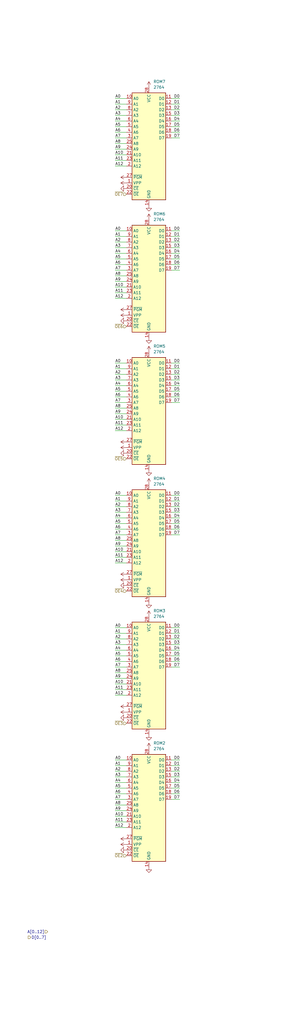
<source format=kicad_sch>
(kicad_sch (version 20211123) (generator eeschema)
  (paper "User" 132.004 462.001)
  (title_block (title "ROM"))
  (lib_symbols
    (symbol "Memory_EPROM:2764"
      (property "Reference" "U" (at -7.62 24.13 0))
      (property "Value" "2764" (at 2.54 -26.67 0))
      (symbol "2764_1_1"
        (rectangle (start -7.62 22.86) (end 7.62 -25.4) (stroke (width 0.254)) (fill (type background)))
        (pin input line (at -10.16 -17.78 0) (length 2.54) (name "VPP") (number "1"))
        (pin input line (at -10.16 20.32 0) (length 2.54) (name "A0") (number "10"))
        (pin tri_state line (at 10.16 20.32 180) (length 2.54) (name "D0") (number "11"))
        (pin tri_state line (at 10.16 17.78 180) (length 2.54) (name "D1") (number "12"))
        (pin tri_state line (at 10.16 15.24 180) (length 2.54) (name "D2") (number "13"))
        (pin power_in line (at 0 -27.94 90) (length 2.54) (name "GND") (number "14"))
        (pin tri_state line (at 10.16 12.7 180) (length 2.54) (name "D3") (number "15"))
        (pin tri_state line (at 10.16 10.16 180) (length 2.54) (name "D4") (number "16"))
        (pin tri_state line (at 10.16 7.62 180) (length 2.54) (name "D5") (number "17"))
        (pin tri_state line (at 10.16 5.08 180) (length 2.54) (name "D6") (number "18"))
        (pin tri_state line (at 10.16 2.54 180) (length 2.54) (name "D7") (number "19"))
        (pin input line (at -10.16 -10.16 0) (length 2.54) (name "A12") (number "2"))
        (pin input line (at -10.16 -20.32 0) (length 2.54) (name "~{CE}") (number "20"))
        (pin input line (at -10.16 -5.08 0) (length 2.54) (name "A10") (number "21"))
        (pin input line (at -10.16 -22.86 0) (length 2.54) (name "~{OE}") (number "22"))
        (pin input line (at -10.16 -7.62 0) (length 2.54) (name "A11") (number "23"))
        (pin input line (at -10.16 -2.54 0) (length 2.54) (name "A9") (number "24"))
        (pin input line (at -10.16 0 0) (length 2.54) (name "A8") (number "25"))
        (pin no_connect line (at 7.62 0 180) (length 2.54) hide (name "NC") (number "26"))
        (pin input line (at -10.16 -15.24 0) (length 2.54) (name "~{PGM}") (number "27"))
        (pin power_in line (at 0 25.4 270) (length 2.54) (name "VCC") (number "28"))
        (pin input line (at -10.16 2.54 0) (length 2.54) (name "A7") (number "3"))
        (pin input line (at -10.16 5.08 0) (length 2.54) (name "A6") (number "4"))
        (pin input line (at -10.16 7.62 0) (length 2.54) (name "A5") (number "5"))
        (pin input line (at -10.16 10.16 0) (length 2.54) (name "A4") (number "6"))
        (pin input line (at -10.16 12.7 0) (length 2.54) (name "A3") (number "7"))
        (pin input line (at -10.16 15.24 0) (length 2.54) (name "A2") (number "8"))
        (pin input line (at -10.16 17.78 0) (length 2.54) (name "A1") (number "9"))
      )
    )
    (symbol "power:GND" (power) (pin_names (offset 0))
      (property "Value" "GND" (at 0 -3.81 0))
      (symbol "GND_0_1"
        (polyline (pts (xy 0 0) (xy 0 -1.27) (xy 1.27 -1.27) (xy 0 -2.54) (xy -1.27 -1.27) (xy 0 -1.27)))
      )
      (symbol "GND_1_1"
        (pin power_in line (at 0 0 270) (length 0) hide (name "GND") (number "1"))
      )
    )
    (symbol "power:VCC" (power) (pin_names (offset 0))
      (property "Value" "VCC" (at 0 3.81 0))
      (symbol "VCC_0_1"
        (polyline (pts (xy -0.762 1.27) (xy 0 2.54)))
        (polyline (pts (xy 0 0) (xy 0 2.54)))
        (polyline (pts (xy 0 2.54) (xy 0.762 1.27)))
      )
      (symbol "VCC_1_1"
        (pin power_in line (at 0 0 90) (length 0) hide (name "VCC") (number "1"))
      )
    )
  )
  (wire (pts (xy 52.07 171.45) (xy 57.15 171.45)))
  (wire (pts (xy 52.07 74.93) (xy 57.15 74.93)))
  (wire (pts (xy 77.47 168.91) (xy 81.28 168.91)))
  (wire (pts (xy 77.47 285.75) (xy 81.28 285.75)))
  (wire (pts (xy 77.47 121.92) (xy 81.28 121.92)))
  (wire (pts (xy 52.07 106.68) (xy 57.15 106.68)))
  (wire (pts (xy 77.47 353.06) (xy 81.28 353.06)))
  (wire (pts (xy 52.07 290.83) (xy 57.15 290.83)))
  (wire (pts (xy 77.47 231.14) (xy 81.28 231.14)))
  (wire (pts (xy 52.07 173.99) (xy 57.15 173.99)))
  (wire (pts (xy 52.07 54.61) (xy 57.15 54.61)))
  (wire (pts (xy 77.47 166.37) (xy 81.28 166.37)))
  (wire (pts (xy 77.47 226.06) (xy 81.28 226.06)))
  (wire (pts (xy 52.07 345.44) (xy 57.15 345.44)))
  (wire (pts (xy 77.47 44.45) (xy 81.28 44.45)))
  (wire (pts (xy 77.47 236.22) (xy 81.28 236.22)))
  (wire (pts (xy 52.07 129.54) (xy 57.15 129.54)))
  (wire (pts (xy 77.47 54.61) (xy 81.28 54.61)))
  (wire (pts (xy 52.07 44.45) (xy 57.15 44.45)))
  (wire (pts (xy 52.07 347.98) (xy 57.15 347.98)))
  (wire (pts (xy 77.47 347.98) (xy 81.28 347.98)))
  (wire (pts (xy 52.07 163.83) (xy 57.15 163.83)))
  (wire (pts (xy 77.47 342.9) (xy 81.28 342.9)))
  (wire (pts (xy 52.07 293.37) (xy 57.15 293.37)))
  (wire (pts (xy 52.07 311.15) (xy 57.15 311.15)))
  (wire (pts (xy 52.07 184.15) (xy 57.15 184.15)))
  (wire (pts (xy 77.47 109.22) (xy 81.28 109.22)))
  (wire (pts (xy 77.47 298.45) (xy 81.28 298.45)))
  (wire (pts (xy 52.07 127) (xy 57.15 127)))
  (wire (pts (xy 52.07 46.99) (xy 57.15 46.99)))
  (wire (pts (xy 52.07 52.07) (xy 57.15 52.07)))
  (wire (pts (xy 77.47 179.07) (xy 81.28 179.07)))
  (wire (pts (xy 52.07 295.91) (xy 57.15 295.91)))
  (wire (pts (xy 77.47 104.14) (xy 81.28 104.14)))
  (wire (pts (xy 52.07 248.92) (xy 57.15 248.92)))
  (wire (pts (xy 52.07 251.46) (xy 57.15 251.46)))
  (wire (pts (xy 52.07 285.75) (xy 57.15 285.75)))
  (wire (pts (xy 77.47 173.99) (xy 81.28 173.99)))
  (wire (pts (xy 52.07 306.07) (xy 57.15 306.07)))
  (wire (pts (xy 52.07 303.53) (xy 57.15 303.53)))
  (wire (pts (xy 52.07 179.07) (xy 57.15 179.07)))
  (wire (pts (xy 52.07 353.06) (xy 57.15 353.06)))
  (wire (pts (xy 77.47 283.21) (xy 81.28 283.21)))
  (wire (pts (xy 77.47 295.91) (xy 81.28 295.91)))
  (wire (pts (xy 52.07 233.68) (xy 57.15 233.68)))
  (wire (pts (xy 52.07 67.31) (xy 57.15 67.31)))
  (wire (pts (xy 52.07 236.22) (xy 57.15 236.22)))
  (wire (pts (xy 52.07 243.84) (xy 57.15 243.84)))
  (wire (pts (xy 52.07 69.85) (xy 57.15 69.85)))
  (wire (pts (xy 77.47 57.15) (xy 81.28 57.15)))
  (wire (pts (xy 52.07 313.69) (xy 57.15 313.69)))
  (wire (pts (xy 52.07 57.15) (xy 57.15 57.15)))
  (wire (pts (xy 52.07 186.69) (xy 57.15 186.69)))
  (wire (pts (xy 52.07 358.14) (xy 57.15 358.14)))
  (wire (pts (xy 52.07 228.6) (xy 57.15 228.6)))
  (wire (pts (xy 52.07 241.3) (xy 57.15 241.3)))
  (wire (pts (xy 77.47 288.29) (xy 81.28 288.29)))
  (wire (pts (xy 77.47 49.53) (xy 81.28 49.53)))
  (wire (pts (xy 77.47 300.99) (xy 81.28 300.99)))
  (wire (pts (xy 77.47 228.6) (xy 81.28 228.6)))
  (wire (pts (xy 77.47 223.52) (xy 81.28 223.52)))
  (wire (pts (xy 52.07 189.23) (xy 57.15 189.23)))
  (wire (pts (xy 52.07 109.22) (xy 57.15 109.22)))
  (wire (pts (xy 52.07 191.77) (xy 57.15 191.77)))
  (wire (pts (xy 52.07 355.6) (xy 57.15 355.6)))
  (wire (pts (xy 52.07 226.06) (xy 57.15 226.06)))
  (wire (pts (xy 52.07 176.53) (xy 57.15 176.53)))
  (wire (pts (xy 52.07 298.45) (xy 57.15 298.45)))
  (wire (pts (xy 77.47 114.3) (xy 81.28 114.3)))
  (wire (pts (xy 77.47 290.83) (xy 81.28 290.83)))
  (wire (pts (xy 77.47 355.6) (xy 81.28 355.6)))
  (wire (pts (xy 52.07 283.21) (xy 57.15 283.21)))
  (wire (pts (xy 77.47 163.83) (xy 81.28 163.83)))
  (wire (pts (xy 52.07 114.3) (xy 57.15 114.3)))
  (wire (pts (xy 52.07 308.61) (xy 57.15 308.61)))
  (wire (pts (xy 77.47 345.44) (xy 81.28 345.44)))
  (wire (pts (xy 77.47 293.37) (xy 81.28 293.37)))
  (wire (pts (xy 52.07 194.31) (xy 57.15 194.31)))
  (wire (pts (xy 52.07 300.99) (xy 57.15 300.99)))
  (wire (pts (xy 52.07 121.92) (xy 57.15 121.92)))
  (wire (pts (xy 52.07 132.08) (xy 57.15 132.08)))
  (wire (pts (xy 77.47 106.68) (xy 81.28 106.68)))
  (wire (pts (xy 77.47 62.23) (xy 81.28 62.23)))
  (wire (pts (xy 52.07 342.9) (xy 57.15 342.9)))
  (wire (pts (xy 77.47 46.99) (xy 81.28 46.99)))
  (wire (pts (xy 52.07 119.38) (xy 57.15 119.38)))
  (wire (pts (xy 77.47 181.61) (xy 81.28 181.61)))
  (wire (pts (xy 77.47 171.45) (xy 81.28 171.45)))
  (wire (pts (xy 77.47 176.53) (xy 81.28 176.53)))
  (wire (pts (xy 52.07 360.68) (xy 57.15 360.68)))
  (wire (pts (xy 52.07 49.53) (xy 57.15 49.53)))
  (wire (pts (xy 77.47 119.38) (xy 81.28 119.38)))
  (wire (pts (xy 52.07 238.76) (xy 57.15 238.76)))
  (wire (pts (xy 52.07 181.61) (xy 57.15 181.61)))
  (wire (pts (xy 52.07 72.39) (xy 57.15 72.39)))
  (wire (pts (xy 52.07 64.77) (xy 57.15 64.77)))
  (wire (pts (xy 52.07 62.23) (xy 57.15 62.23)))
  (wire (pts (xy 52.07 288.29) (xy 57.15 288.29)))
  (wire (pts (xy 77.47 116.84) (xy 81.28 116.84)))
  (wire (pts (xy 52.07 365.76) (xy 57.15 365.76)))
  (wire (pts (xy 77.47 360.68) (xy 81.28 360.68)))
  (wire (pts (xy 52.07 373.38) (xy 57.15 373.38)))
  (wire (pts (xy 77.47 358.14) (xy 81.28 358.14)))
  (wire (pts (xy 52.07 166.37) (xy 57.15 166.37)))
  (wire (pts (xy 52.07 223.52) (xy 57.15 223.52)))
  (wire (pts (xy 52.07 134.62) (xy 57.15 134.62)))
  (wire (pts (xy 77.47 241.3) (xy 81.28 241.3)))
  (wire (pts (xy 52.07 168.91) (xy 57.15 168.91)))
  (wire (pts (xy 77.47 59.69) (xy 81.28 59.69)))
  (wire (pts (xy 52.07 104.14) (xy 57.15 104.14)))
  (wire (pts (xy 52.07 246.38) (xy 57.15 246.38)))
  (wire (pts (xy 77.47 233.68) (xy 81.28 233.68)))
  (wire (pts (xy 52.07 368.3) (xy 57.15 368.3)))
  (wire (pts (xy 52.07 59.69) (xy 57.15 59.69)))
  (wire (pts (xy 77.47 111.76) (xy 81.28 111.76)))
  (wire (pts (xy 52.07 124.46) (xy 57.15 124.46)))
  (wire (pts (xy 52.07 370.84) (xy 57.15 370.84)))
  (wire (pts (xy 52.07 116.84) (xy 57.15 116.84)))
  (wire (pts (xy 77.47 52.07) (xy 81.28 52.07)))
  (wire (pts (xy 77.47 350.52) (xy 81.28 350.52)))
  (wire (pts (xy 52.07 231.14) (xy 57.15 231.14)))
  (wire (pts (xy 77.47 238.76) (xy 81.28 238.76)))
  (wire (pts (xy 52.07 111.76) (xy 57.15 111.76)))
  (wire (pts (xy 52.07 350.52) (xy 57.15 350.52)))
  (wire (pts (xy 52.07 254) (xy 57.15 254)))
  (wire (pts (xy 52.07 363.22) (xy 57.15 363.22)))
  (label "D4" (at 81.28 114.3 180))
  (label "A9" (at 52.07 127 0))
  (label "A4" (at 52.07 114.3 0))
  (label "A10" (at 52.07 189.23 0))
  (label "A6" (at 52.07 298.45 0))
  (label "A5" (at 52.07 236.22 0))
  (label "A3" (at 52.07 350.52 0))
  (label "A1" (at 52.07 166.37 0))
  (label "A1" (at 52.07 226.06 0))
  (label "A8" (at 52.07 243.84 0))
  (label "A11" (at 52.07 191.77 0))
  (label "D7" (at 81.28 360.68 180))
  (label "A7" (at 52.07 360.68 0))
  (label "A1" (at 52.07 345.44 0))
  (label "A11" (at 52.07 72.39 0))
  (label "D4" (at 81.28 293.37 180))
  (label "A3" (at 52.07 231.14 0))
  (label "A2" (at 52.07 228.6 0))
  (label "D3" (at 81.28 350.52 180))
  (label "A8" (at 52.07 64.77 0))
  (label "D2" (at 81.28 168.91 180))
  (label "A11" (at 52.07 132.08 0))
  (label "A6" (at 52.07 238.76 0))
  (label "A10" (at 52.07 368.3 0))
  (label "A10" (at 52.07 69.85 0))
  (label "D6" (at 81.28 298.45 180))
  (label "A7" (at 52.07 241.3 0))
  (label "A11" (at 52.07 370.84 0))
  (label "A6" (at 52.07 59.69 0))
  (label "A0" (at 52.07 283.21 0))
  (label "A1" (at 52.07 46.99 0))
  (label "A11" (at 52.07 311.15 0))
  (label "A11" (at 52.07 251.46 0))
  (label "A8" (at 52.07 184.15 0))
  (label "D5" (at 81.28 57.15 180))
  (label "A0" (at 52.07 44.45 0))
  (label "D6" (at 81.28 238.76 180))
  (label "D2" (at 81.28 49.53 180))
  (label "A4" (at 52.07 353.06 0))
  (label "A7" (at 52.07 121.92 0))
  (label "A2" (at 52.07 347.98 0))
  (label "A12" (at 52.07 134.62 0))
  (label "A6" (at 52.07 358.14 0))
  (label "D3" (at 81.28 111.76 180))
  (label "A4" (at 52.07 173.99 0))
  (label "A6" (at 52.07 179.07 0))
  (label "A7" (at 52.07 300.99 0))
  (label "D3" (at 81.28 52.07 180))
  (label "D1" (at 81.28 345.44 180))
  (label "A8" (at 52.07 124.46 0))
  (label "A5" (at 52.07 295.91 0))
  (label "D4" (at 81.28 233.68 180))
  (label "D0" (at 81.28 163.83 180))
  (label "D1" (at 81.28 106.68 180))
  (label "D3" (at 81.28 231.14 180))
  (label "A12" (at 52.07 313.69 0))
  (label "D7" (at 81.28 121.92 180))
  (label "A12" (at 52.07 194.31 0))
  (label "D5" (at 81.28 176.53 180))
  (label "A12" (at 52.07 254 0))
  (label "D4" (at 81.28 173.99 180))
  (label "A9" (at 52.07 67.31 0))
  (label "A9" (at 52.07 246.38 0))
  (label "A7" (at 52.07 62.23 0))
  (label "D7" (at 81.28 62.23 180))
  (label "D5" (at 81.28 355.6 180))
  (label "A1" (at 52.07 106.68 0))
  (label "D4" (at 81.28 353.06 180))
  (label "A5" (at 52.07 176.53 0))
  (label "A10" (at 52.07 308.61 0))
  (label "A9" (at 52.07 306.07 0))
  (label "D7" (at 81.28 300.99 180))
  (label "A9" (at 52.07 186.69 0))
  (label "A1" (at 52.07 285.75 0))
  (label "D2" (at 81.28 288.29 180))
  (label "D2" (at 81.28 228.6 180))
  (label "D0" (at 81.28 283.21 180))
  (label "A3" (at 52.07 290.83 0))
  (label "A6" (at 52.07 119.38 0))
  (label "D6" (at 81.28 358.14 180))
  (label "A2" (at 52.07 49.53 0))
  (label "A9" (at 52.07 365.76 0))
  (label "D7" (at 81.28 181.61 180))
  (label "D5" (at 81.28 116.84 180))
  (label "D0" (at 81.28 104.14 180))
  (label "A3" (at 52.07 171.45 0))
  (label "A3" (at 52.07 111.76 0))
  (label "D2" (at 81.28 109.22 180))
  (label "D6" (at 81.28 59.69 180))
  (label "A0" (at 52.07 342.9 0))
  (label "A0" (at 52.07 223.52 0))
  (label "D3" (at 81.28 171.45 180))
  (label "A0" (at 52.07 163.83 0))
  (label "A4" (at 52.07 233.68 0))
  (label "D7" (at 81.28 241.3 180))
  (label "D0" (at 81.28 223.52 180))
  (label "A10" (at 52.07 248.92 0))
  (label "A12" (at 52.07 373.38 0))
  (label "A4" (at 52.07 293.37 0))
  (label "A10" (at 52.07 129.54 0))
  (label "D3" (at 81.28 290.83 180))
  (label "D4" (at 81.28 54.61 180))
  (label "D2" (at 81.28 347.98 180))
  (label "D1" (at 81.28 166.37 180))
  (label "A7" (at 52.07 181.61 0))
  (label "A4" (at 52.07 54.61 0))
  (label "D6" (at 81.28 119.38 180))
  (label "D6" (at 81.28 179.07 180))
  (label "A2" (at 52.07 288.29 0))
  (label "D0" (at 81.28 44.45 180))
  (label "A3" (at 52.07 52.07 0))
  (label "D1" (at 81.28 285.75 180))
  (label "A5" (at 52.07 57.15 0))
  (label "A2" (at 52.07 109.22 0))
  (label "A5" (at 52.07 116.84 0))
  (label "A0" (at 52.07 104.14 0))
  (label "D1" (at 81.28 226.06 180))
  (label "D1" (at 81.28 46.99 180))
  (label "A2" (at 52.07 168.91 0))
  (label "D5" (at 81.28 236.22 180))
  (label "A5" (at 52.07 355.6 0))
  (label "A12" (at 52.07 74.93 0))
  (label "D0" (at 81.28 342.9 180))
  (label "A8" (at 52.07 363.22 0))
  (label "A8" (at 52.07 303.53 0))
  (label "D5" (at 81.28 295.91 180))
  (hierarchical_label "~{OE3}" (shape input) (at 57.15 326.39 180))
  (hierarchical_label "A[0..12]" (shape input) (at 21.59 420.37 180))
  (hierarchical_label "~{OE2}" (shape input) (at 57.15 386.08 180))
  (hierarchical_label "~{OE6}" (shape input) (at 57.15 147.32 180))
  (hierarchical_label "~{OE4}" (shape input) (at 57.15 266.7 180))
  (hierarchical_label "~{OE5}" (shape input) (at 57.15 207.01 180))
  (hierarchical_label "D[0..7]" (shape output) (at 12.7 422.91 0))
  (hierarchical_label "~{OE7}" (shape input) (at 57.15 87.63 180))
  (symbol (lib_id "power:GND") (at 67.31 92.71 0) (unit 1)
    (property "Reference" "#PWR0253" (effects hide))
    (property "Value" "GND" (effects hide))
  )
  (symbol (lib_id "power:VCC") (at 67.31 337.82 0) (unit 1)
    (property "Reference" "#PWR0242" (effects hide))
    (property "Value" "VCC" (effects hide))
  )
  (symbol (lib_id "power:VCC") (at 57.15 80.01 90) (unit 1)
    (property "Reference" "#PWR0255" (effects hide))
    (property "Value" "VCC" (effects hide))
  )
  (symbol (lib_id "power:VCC") (at 57.15 259.08 90) (unit 1)
    (property "Reference" "#PWR0260" (effects hide))
    (property "Value" "VCC" (effects hide))
  )
  (symbol (lib_id "Memory_EPROM:2764") (at 67.31 243.84 0) (unit 1)
    (property "Reference" "ROM4" (at 69.3294 215.9 0) (effects (justify left)))
    (property "Value" "2764" (at 69.3294 218.44 0) (effects (justify left)))
    (property "Footprint" "Package_DIP:DIP-28_W15.24mm" (effects hide))
    (property "Datasheet" "https://downloads.reactivemicro.com/Electronics/ROM/2764%20EPROM.pdf" (effects hide))
  )
  (symbol (lib_id "power:VCC") (at 57.15 378.46 90) (unit 1)
    (property "Reference" "#PWR0246" (effects hide))
    (property "Value" "VCC" (effects hide))
  )
  (symbol (lib_id "power:VCC") (at 67.31 278.13 0) (unit 1)
    (property "Reference" "#PWR0241" (effects hide))
    (property "Value" "VCC" (effects hide))
  )
  (symbol (lib_id "Memory_EPROM:2764") (at 67.31 184.15 0) (unit 1)
    (property "Reference" "ROM5" (at 69.3294 156.21 0) (effects (justify left)))
    (property "Value" "2764" (at 69.3294 158.75 0) (effects (justify left)))
    (property "Footprint" "Package_DIP:DIP-28_W15.24mm" (effects hide))
    (property "Datasheet" "https://downloads.reactivemicro.com/Electronics/ROM/2764%20EPROM.pdf" (effects hide))
  )
  (symbol (lib_id "power:GND") (at 57.15 144.78 270) (unit 1)
    (property "Reference" "#PWR0248" (effects hide))
    (property "Value" "GND" (effects hide))
  )
  (symbol (lib_id "power:VCC") (at 57.15 261.62 90) (unit 1)
    (property "Reference" "#PWR0259" (effects hide))
    (property "Value" "VCC" (effects hide))
  )
  (symbol (lib_id "power:GND") (at 57.15 323.85 270) (unit 1)
    (property "Reference" "#PWR0238" (effects hide))
    (property "Value" "GND" (effects hide))
  )
  (symbol (lib_id "power:VCC") (at 67.31 158.75 0) (unit 1)
    (property "Reference" "#PWR0252" (effects hide))
    (property "Value" "VCC" (effects hide))
  )
  (symbol (lib_id "power:VCC") (at 67.31 39.37 0) (unit 1)
    (property "Reference" "#PWR0234" (effects hide))
    (property "Value" "VCC" (effects hide))
  )
  (symbol (lib_id "Memory_EPROM:2764") (at 67.31 303.53 0) (unit 1)
    (property "Reference" "ROM3" (at 69.3294 275.59 0) (effects (justify left)))
    (property "Value" "2764" (at 69.3294 278.13 0) (effects (justify left)))
    (property "Footprint" "Package_DIP:DIP-28_W15.24mm" (effects hide))
    (property "Datasheet" "https://downloads.reactivemicro.com/Electronics/ROM/2764%20EPROM.pdf" (effects hide))
  )
  (symbol (lib_id "power:VCC") (at 57.15 142.24 90) (unit 1)
    (property "Reference" "#PWR0249" (effects hide))
    (property "Value" "VCC" (effects hide))
  )
  (symbol (lib_id "Memory_EPROM:2764") (at 67.31 124.46 0) (unit 1)
    (property "Reference" "ROM6" (at 69.3294 96.52 0) (effects (justify left)))
    (property "Value" "2764" (at 69.3294 99.06 0) (effects (justify left)))
    (property "Footprint" "Package_DIP:DIP-28_W15.24mm" (effects hide))
    (property "Datasheet" "https://downloads.reactivemicro.com/Electronics/ROM/2764%20EPROM.pdf" (effects hide))
  )
  (symbol (lib_id "power:GND") (at 67.31 331.47 0) (unit 1)
    (property "Reference" "#PWR0243" (effects hide))
    (property "Value" "GND" (effects hide))
  )
  (symbol (lib_id "power:VCC") (at 57.15 318.77 90) (unit 1)
    (property "Reference" "#PWR0239" (effects hide))
    (property "Value" "VCC" (effects hide))
  )
  (symbol (lib_id "Memory_EPROM:2764") (at 67.31 363.22 0) (unit 1)
    (property "Reference" "ROM2" (at 69.3294 335.28 0) (effects (justify left)))
    (property "Value" "2764" (at 69.3294 337.82 0) (effects (justify left)))
    (property "Footprint" "Package_DIP:DIP-28_W15.24mm" (effects hide))
    (property "Datasheet" "https://downloads.reactivemicro.com/Electronics/ROM/2764%20EPROM.pdf" (effects hide))
  )
  (symbol (lib_id "power:VCC") (at 57.15 82.55 90) (unit 1)
    (property "Reference" "#PWR0256" (effects hide))
    (property "Value" "VCC" (effects hide))
  )
  (symbol (lib_id "power:GND") (at 57.15 85.09 270) (unit 1)
    (property "Reference" "#PWR0257" (effects hide))
    (property "Value" "GND" (effects hide))
  )
  (symbol (lib_id "power:VCC") (at 57.15 139.7 90) (unit 1)
    (property "Reference" "#PWR0250" (effects hide))
    (property "Value" "VCC" (effects hide))
  )
  (symbol (lib_id "power:GND") (at 57.15 383.54 270) (unit 1)
    (property "Reference" "#PWR0244" (effects hide))
    (property "Value" "GND" (effects hide))
  )
  (symbol (lib_id "power:VCC") (at 57.15 381 90) (unit 1)
    (property "Reference" "#PWR0245" (effects hide))
    (property "Value" "VCC" (effects hide))
  )
  (symbol (lib_id "power:VCC") (at 57.15 201.93 90) (unit 1)
    (property "Reference" "#PWR0236" (effects hide))
    (property "Value" "VCC" (effects hide))
  )
  (symbol (lib_id "power:GND") (at 67.31 152.4 0) (unit 1)
    (property "Reference" "#PWR0251" (effects hide))
    (property "Value" "GND" (effects hide))
  )
  (symbol (lib_id "Memory_EPROM:2764") (at 67.31 64.77 0) (unit 1)
    (property "Reference" "ROM7" (at 69.3294 36.83 0) (effects (justify left)))
    (property "Value" "2764" (at 69.3294 39.37 0) (effects (justify left)))
    (property "Footprint" "Package_DIP:DIP-28_W15.24mm" (effects hide))
    (property "Datasheet" "https://downloads.reactivemicro.com/Electronics/ROM/2764%20EPROM.pdf" (effects hide))
  )
  (symbol (lib_id "power:GND") (at 67.31 271.78 0) (unit 1)
    (property "Reference" "#PWR0258" (effects hide))
    (property "Value" "GND" (effects hide))
  )
  (symbol (lib_id "power:VCC") (at 57.15 321.31 90) (unit 1)
    (property "Reference" "#PWR0240" (effects hide))
    (property "Value" "VCC" (effects hide))
  )
  (symbol (lib_id "power:VCC") (at 57.15 199.39 90) (unit 1)
    (property "Reference" "#PWR0235" (effects hide))
    (property "Value" "VCC" (effects hide))
  )
  (symbol (lib_id "power:GND") (at 57.15 264.16 270) (unit 1)
    (property "Reference" "#PWR0261" (effects hide))
    (property "Value" "GND" (effects hide))
  )
  (symbol (lib_id "power:GND") (at 67.31 212.09 0) (unit 1)
    (property "Reference" "#PWR0232" (effects hide))
    (property "Value" "GND" (effects hide))
  )
  (symbol (lib_id "power:GND") (at 67.31 391.16 0) (unit 1)
    (property "Reference" "#PWR0247" (effects hide))
    (property "Value" "GND" (effects hide))
  )
  (symbol (lib_id "power:GND") (at 57.15 204.47 270) (unit 1)
    (property "Reference" "#PWR0237" (effects hide))
    (property "Value" "GND" (effects hide))
  )
  (symbol (lib_id "power:VCC") (at 67.31 99.06 0) (unit 1)
    (property "Reference" "#PWR0254" (effects hide))
    (property "Value" "VCC" (effects hide))
  )
  (symbol (lib_id "power:VCC") (at 67.31 218.44 0) (unit 1)
    (property "Reference" "#PWR0233" (effects hide))
    (property "Value" "VCC" (effects hide))
  )
)
</source>
